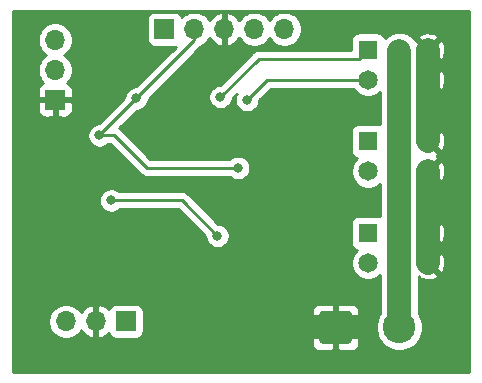
<source format=gbr>
G04 #@! TF.GenerationSoftware,KiCad,Pcbnew,(5.1.8)-1*
G04 #@! TF.CreationDate,2021-02-16T23:17:12-07:00*
G04 #@! TF.ProjectId,LED-Controller,4c45442d-436f-46e7-9472-6f6c6c65722e,rev?*
G04 #@! TF.SameCoordinates,Original*
G04 #@! TF.FileFunction,Copper,L2,Bot*
G04 #@! TF.FilePolarity,Positive*
%FSLAX46Y46*%
G04 Gerber Fmt 4.6, Leading zero omitted, Abs format (unit mm)*
G04 Created by KiCad (PCBNEW (5.1.8)-1) date 2021-02-16 23:17:12*
%MOMM*%
%LPD*%
G01*
G04 APERTURE LIST*
G04 #@! TA.AperFunction,ComponentPad*
%ADD10C,1.650000*%
G04 #@! TD*
G04 #@! TA.AperFunction,ComponentPad*
%ADD11R,1.650000X1.650000*%
G04 #@! TD*
G04 #@! TA.AperFunction,ComponentPad*
%ADD12C,2.750000*%
G04 #@! TD*
G04 #@! TA.AperFunction,ComponentPad*
%ADD13O,1.700000X1.700000*%
G04 #@! TD*
G04 #@! TA.AperFunction,ComponentPad*
%ADD14R,1.700000X1.700000*%
G04 #@! TD*
G04 #@! TA.AperFunction,ViaPad*
%ADD15C,0.800000*%
G04 #@! TD*
G04 #@! TA.AperFunction,Conductor*
%ADD16C,2.000000*%
G04 #@! TD*
G04 #@! TA.AperFunction,Conductor*
%ADD17C,0.250000*%
G04 #@! TD*
G04 #@! TA.AperFunction,Conductor*
%ADD18C,0.254000*%
G04 #@! TD*
G04 #@! TA.AperFunction,Conductor*
%ADD19C,0.100000*%
G04 #@! TD*
G04 APERTURE END LIST*
D10*
X153830000Y-91540000D03*
X151290000Y-91540000D03*
X148750000Y-91540000D03*
X153830000Y-89000000D03*
X151290000Y-89000000D03*
D11*
X148750000Y-89000000D03*
D10*
X153830000Y-83790000D03*
X151290000Y-83790000D03*
X148750000Y-83790000D03*
X153830000Y-81250000D03*
X151290000Y-81250000D03*
D11*
X148750000Y-81250000D03*
D10*
X153830000Y-76040000D03*
X151290000Y-76040000D03*
X148750000Y-76040000D03*
X153830000Y-73500000D03*
X151290000Y-73500000D03*
D11*
X148750000Y-73500000D03*
D12*
X151400000Y-97000000D03*
G04 #@! TA.AperFunction,ComponentPad*
G36*
G01*
X144625000Y-98125002D02*
X144625000Y-95874998D01*
G75*
G02*
X144874998Y-95625000I249998J0D01*
G01*
X147125002Y-95625000D01*
G75*
G02*
X147375000Y-95874998I0J-249998D01*
G01*
X147375000Y-98125002D01*
G75*
G02*
X147125002Y-98375000I-249998J0D01*
G01*
X144874998Y-98375000D01*
G75*
G02*
X144625000Y-98125002I0J249998D01*
G01*
G37*
G04 #@! TD.AperFunction*
D13*
X123170000Y-96500000D03*
X125710000Y-96500000D03*
D14*
X128250000Y-96500000D03*
D13*
X122250000Y-72670000D03*
X122250000Y-75210000D03*
D14*
X122250000Y-77750000D03*
D13*
X141660000Y-71750000D03*
X139120000Y-71750000D03*
X136580000Y-71750000D03*
X134040000Y-71750000D03*
D14*
X131500000Y-71750000D03*
D15*
X139575000Y-87175000D03*
X121000000Y-88250000D03*
X136000000Y-89250000D03*
X127000000Y-86250000D03*
X126000000Y-80750000D03*
X137750000Y-83500000D03*
X129125000Y-77625000D03*
X138500000Y-77750000D03*
X136250000Y-77500000D03*
D16*
X153830000Y-83790000D02*
X153830000Y-91540000D01*
X153830000Y-81250000D02*
X153830000Y-73500000D01*
X146000000Y-97000000D02*
X143000000Y-97000000D01*
X146000000Y-97000000D02*
X148500000Y-97000000D01*
D17*
X151400000Y-73610000D02*
X151290000Y-73500000D01*
D16*
X151400000Y-97000000D02*
X151400000Y-73610000D01*
D17*
X136000000Y-89250000D02*
X133000000Y-86250000D01*
X133000000Y-86250000D02*
X127000000Y-86250000D01*
X134040000Y-72710000D02*
X134040000Y-71750000D01*
X126000000Y-80750000D02*
X129125000Y-77625000D01*
X126000000Y-80750000D02*
X127250000Y-80750000D01*
X127250000Y-80750000D02*
X130000000Y-83500000D01*
X130000000Y-83500000D02*
X137750000Y-83500000D01*
X129125000Y-77625000D02*
X134040000Y-72710000D01*
X140210000Y-76040000D02*
X148750000Y-76040000D01*
X138500000Y-77750000D02*
X140210000Y-76040000D01*
X136250000Y-77500000D02*
X139500000Y-74250000D01*
X148000000Y-74250000D02*
X148750000Y-73500000D01*
X139500000Y-74250000D02*
X148000000Y-74250000D01*
D18*
X157315001Y-100815000D02*
X118685000Y-100815000D01*
X118685000Y-98375000D01*
X143986928Y-98375000D01*
X143999188Y-98499482D01*
X144035498Y-98619180D01*
X144094463Y-98729494D01*
X144173815Y-98826185D01*
X144270506Y-98905537D01*
X144380820Y-98964502D01*
X144500518Y-99000812D01*
X144625000Y-99013072D01*
X145714250Y-99010000D01*
X145873000Y-98851250D01*
X145873000Y-97127000D01*
X146127000Y-97127000D01*
X146127000Y-98851250D01*
X146285750Y-99010000D01*
X147375000Y-99013072D01*
X147499482Y-99000812D01*
X147619180Y-98964502D01*
X147729494Y-98905537D01*
X147826185Y-98826185D01*
X147905537Y-98729494D01*
X147964502Y-98619180D01*
X148000812Y-98499482D01*
X148013072Y-98375000D01*
X148010000Y-97285750D01*
X147851250Y-97127000D01*
X146127000Y-97127000D01*
X145873000Y-97127000D01*
X144148750Y-97127000D01*
X143990000Y-97285750D01*
X143986928Y-98375000D01*
X118685000Y-98375000D01*
X118685000Y-96353740D01*
X121685000Y-96353740D01*
X121685000Y-96646260D01*
X121742068Y-96933158D01*
X121854010Y-97203411D01*
X122016525Y-97446632D01*
X122223368Y-97653475D01*
X122466589Y-97815990D01*
X122736842Y-97927932D01*
X123023740Y-97985000D01*
X123316260Y-97985000D01*
X123603158Y-97927932D01*
X123873411Y-97815990D01*
X124116632Y-97653475D01*
X124323475Y-97446632D01*
X124445195Y-97264466D01*
X124514822Y-97381355D01*
X124709731Y-97597588D01*
X124943080Y-97771641D01*
X125205901Y-97896825D01*
X125353110Y-97941476D01*
X125583000Y-97820155D01*
X125583000Y-96627000D01*
X125563000Y-96627000D01*
X125563000Y-96373000D01*
X125583000Y-96373000D01*
X125583000Y-95179845D01*
X125837000Y-95179845D01*
X125837000Y-96373000D01*
X125857000Y-96373000D01*
X125857000Y-96627000D01*
X125837000Y-96627000D01*
X125837000Y-97820155D01*
X126066890Y-97941476D01*
X126214099Y-97896825D01*
X126476920Y-97771641D01*
X126710269Y-97597588D01*
X126786034Y-97513534D01*
X126810498Y-97594180D01*
X126869463Y-97704494D01*
X126948815Y-97801185D01*
X127045506Y-97880537D01*
X127155820Y-97939502D01*
X127275518Y-97975812D01*
X127400000Y-97988072D01*
X129100000Y-97988072D01*
X129224482Y-97975812D01*
X129344180Y-97939502D01*
X129454494Y-97880537D01*
X129551185Y-97801185D01*
X129630537Y-97704494D01*
X129689502Y-97594180D01*
X129725812Y-97474482D01*
X129738072Y-97350000D01*
X129738072Y-95650000D01*
X129735610Y-95625000D01*
X143986928Y-95625000D01*
X143990000Y-96714250D01*
X144148750Y-96873000D01*
X145873000Y-96873000D01*
X145873000Y-95148750D01*
X146127000Y-95148750D01*
X146127000Y-96873000D01*
X147851250Y-96873000D01*
X148010000Y-96714250D01*
X148013072Y-95625000D01*
X148000812Y-95500518D01*
X147964502Y-95380820D01*
X147905537Y-95270506D01*
X147826185Y-95173815D01*
X147729494Y-95094463D01*
X147619180Y-95035498D01*
X147499482Y-94999188D01*
X147375000Y-94986928D01*
X146285750Y-94990000D01*
X146127000Y-95148750D01*
X145873000Y-95148750D01*
X145714250Y-94990000D01*
X144625000Y-94986928D01*
X144500518Y-94999188D01*
X144380820Y-95035498D01*
X144270506Y-95094463D01*
X144173815Y-95173815D01*
X144094463Y-95270506D01*
X144035498Y-95380820D01*
X143999188Y-95500518D01*
X143986928Y-95625000D01*
X129735610Y-95625000D01*
X129725812Y-95525518D01*
X129689502Y-95405820D01*
X129630537Y-95295506D01*
X129551185Y-95198815D01*
X129454494Y-95119463D01*
X129344180Y-95060498D01*
X129224482Y-95024188D01*
X129100000Y-95011928D01*
X127400000Y-95011928D01*
X127275518Y-95024188D01*
X127155820Y-95060498D01*
X127045506Y-95119463D01*
X126948815Y-95198815D01*
X126869463Y-95295506D01*
X126810498Y-95405820D01*
X126786034Y-95486466D01*
X126710269Y-95402412D01*
X126476920Y-95228359D01*
X126214099Y-95103175D01*
X126066890Y-95058524D01*
X125837000Y-95179845D01*
X125583000Y-95179845D01*
X125353110Y-95058524D01*
X125205901Y-95103175D01*
X124943080Y-95228359D01*
X124709731Y-95402412D01*
X124514822Y-95618645D01*
X124445195Y-95735534D01*
X124323475Y-95553368D01*
X124116632Y-95346525D01*
X123873411Y-95184010D01*
X123603158Y-95072068D01*
X123316260Y-95015000D01*
X123023740Y-95015000D01*
X122736842Y-95072068D01*
X122466589Y-95184010D01*
X122223368Y-95346525D01*
X122016525Y-95553368D01*
X121854010Y-95796589D01*
X121742068Y-96066842D01*
X121685000Y-96353740D01*
X118685000Y-96353740D01*
X118685000Y-86148061D01*
X125965000Y-86148061D01*
X125965000Y-86351939D01*
X126004774Y-86551898D01*
X126082795Y-86740256D01*
X126196063Y-86909774D01*
X126340226Y-87053937D01*
X126509744Y-87167205D01*
X126698102Y-87245226D01*
X126898061Y-87285000D01*
X127101939Y-87285000D01*
X127301898Y-87245226D01*
X127490256Y-87167205D01*
X127659774Y-87053937D01*
X127703711Y-87010000D01*
X132685199Y-87010000D01*
X134965000Y-89289802D01*
X134965000Y-89351939D01*
X135004774Y-89551898D01*
X135082795Y-89740256D01*
X135196063Y-89909774D01*
X135340226Y-90053937D01*
X135509744Y-90167205D01*
X135698102Y-90245226D01*
X135898061Y-90285000D01*
X136101939Y-90285000D01*
X136301898Y-90245226D01*
X136490256Y-90167205D01*
X136659774Y-90053937D01*
X136803937Y-89909774D01*
X136917205Y-89740256D01*
X136995226Y-89551898D01*
X137035000Y-89351939D01*
X137035000Y-89148061D01*
X136995226Y-88948102D01*
X136917205Y-88759744D01*
X136803937Y-88590226D01*
X136659774Y-88446063D01*
X136490256Y-88332795D01*
X136301898Y-88254774D01*
X136101939Y-88215000D01*
X136039802Y-88215000D01*
X133563804Y-85739003D01*
X133540001Y-85709999D01*
X133424276Y-85615026D01*
X133292247Y-85544454D01*
X133148986Y-85500997D01*
X133037333Y-85490000D01*
X133037322Y-85490000D01*
X133000000Y-85486324D01*
X132962678Y-85490000D01*
X127703711Y-85490000D01*
X127659774Y-85446063D01*
X127490256Y-85332795D01*
X127301898Y-85254774D01*
X127101939Y-85215000D01*
X126898061Y-85215000D01*
X126698102Y-85254774D01*
X126509744Y-85332795D01*
X126340226Y-85446063D01*
X126196063Y-85590226D01*
X126082795Y-85759744D01*
X126004774Y-85948102D01*
X125965000Y-86148061D01*
X118685000Y-86148061D01*
X118685000Y-80648061D01*
X124965000Y-80648061D01*
X124965000Y-80851939D01*
X125004774Y-81051898D01*
X125082795Y-81240256D01*
X125196063Y-81409774D01*
X125340226Y-81553937D01*
X125509744Y-81667205D01*
X125698102Y-81745226D01*
X125898061Y-81785000D01*
X126101939Y-81785000D01*
X126301898Y-81745226D01*
X126490256Y-81667205D01*
X126659774Y-81553937D01*
X126703711Y-81510000D01*
X126935199Y-81510000D01*
X129436201Y-84011003D01*
X129459999Y-84040001D01*
X129575724Y-84134974D01*
X129707753Y-84205546D01*
X129851014Y-84249003D01*
X129962667Y-84260000D01*
X129962676Y-84260000D01*
X129999999Y-84263676D01*
X130037322Y-84260000D01*
X137046289Y-84260000D01*
X137090226Y-84303937D01*
X137259744Y-84417205D01*
X137448102Y-84495226D01*
X137648061Y-84535000D01*
X137851939Y-84535000D01*
X138051898Y-84495226D01*
X138240256Y-84417205D01*
X138409774Y-84303937D01*
X138553937Y-84159774D01*
X138667205Y-83990256D01*
X138745226Y-83801898D01*
X138785000Y-83601939D01*
X138785000Y-83398061D01*
X138745226Y-83198102D01*
X138667205Y-83009744D01*
X138553937Y-82840226D01*
X138409774Y-82696063D01*
X138240256Y-82582795D01*
X138051898Y-82504774D01*
X137851939Y-82465000D01*
X137648061Y-82465000D01*
X137448102Y-82504774D01*
X137259744Y-82582795D01*
X137090226Y-82696063D01*
X137046289Y-82740000D01*
X130314802Y-82740000D01*
X127813804Y-80239003D01*
X127790001Y-80209999D01*
X127693774Y-80131028D01*
X129164803Y-78660000D01*
X129226939Y-78660000D01*
X129426898Y-78620226D01*
X129615256Y-78542205D01*
X129784774Y-78428937D01*
X129928937Y-78284774D01*
X130042205Y-78115256D01*
X130120226Y-77926898D01*
X130160000Y-77726939D01*
X130160000Y-77664801D01*
X130426740Y-77398061D01*
X135215000Y-77398061D01*
X135215000Y-77601939D01*
X135254774Y-77801898D01*
X135332795Y-77990256D01*
X135446063Y-78159774D01*
X135590226Y-78303937D01*
X135759744Y-78417205D01*
X135948102Y-78495226D01*
X136148061Y-78535000D01*
X136351939Y-78535000D01*
X136551898Y-78495226D01*
X136740256Y-78417205D01*
X136909774Y-78303937D01*
X137053937Y-78159774D01*
X137167205Y-77990256D01*
X137245226Y-77801898D01*
X137285000Y-77601939D01*
X137285000Y-77539801D01*
X137618513Y-77206289D01*
X137582795Y-77259744D01*
X137504774Y-77448102D01*
X137465000Y-77648061D01*
X137465000Y-77851939D01*
X137504774Y-78051898D01*
X137582795Y-78240256D01*
X137696063Y-78409774D01*
X137840226Y-78553937D01*
X138009744Y-78667205D01*
X138198102Y-78745226D01*
X138398061Y-78785000D01*
X138601939Y-78785000D01*
X138801898Y-78745226D01*
X138990256Y-78667205D01*
X139159774Y-78553937D01*
X139303937Y-78409774D01*
X139417205Y-78240256D01*
X139495226Y-78051898D01*
X139535000Y-77851939D01*
X139535000Y-77789801D01*
X140524802Y-76800000D01*
X147501889Y-76800000D01*
X147615944Y-76970696D01*
X147819304Y-77174056D01*
X148058431Y-77333835D01*
X148324134Y-77443893D01*
X148606203Y-77500000D01*
X148893797Y-77500000D01*
X149175866Y-77443893D01*
X149441569Y-77333835D01*
X149680696Y-77174056D01*
X149765001Y-77089751D01*
X149765001Y-79819063D01*
X149699482Y-79799188D01*
X149575000Y-79786928D01*
X147925000Y-79786928D01*
X147800518Y-79799188D01*
X147680820Y-79835498D01*
X147570506Y-79894463D01*
X147473815Y-79973815D01*
X147394463Y-80070506D01*
X147335498Y-80180820D01*
X147299188Y-80300518D01*
X147286928Y-80425000D01*
X147286928Y-82075000D01*
X147299188Y-82199482D01*
X147335498Y-82319180D01*
X147394463Y-82429494D01*
X147473815Y-82526185D01*
X147570506Y-82605537D01*
X147680820Y-82664502D01*
X147780506Y-82694742D01*
X147615944Y-82859304D01*
X147456165Y-83098431D01*
X147346107Y-83364134D01*
X147290000Y-83646203D01*
X147290000Y-83933797D01*
X147346107Y-84215866D01*
X147456165Y-84481569D01*
X147615944Y-84720696D01*
X147819304Y-84924056D01*
X148058431Y-85083835D01*
X148324134Y-85193893D01*
X148606203Y-85250000D01*
X148893797Y-85250000D01*
X149175866Y-85193893D01*
X149441569Y-85083835D01*
X149680696Y-84924056D01*
X149765001Y-84839751D01*
X149765000Y-87569063D01*
X149699482Y-87549188D01*
X149575000Y-87536928D01*
X147925000Y-87536928D01*
X147800518Y-87549188D01*
X147680820Y-87585498D01*
X147570506Y-87644463D01*
X147473815Y-87723815D01*
X147394463Y-87820506D01*
X147335498Y-87930820D01*
X147299188Y-88050518D01*
X147286928Y-88175000D01*
X147286928Y-89825000D01*
X147299188Y-89949482D01*
X147335498Y-90069180D01*
X147394463Y-90179494D01*
X147473815Y-90276185D01*
X147570506Y-90355537D01*
X147680820Y-90414502D01*
X147780506Y-90444742D01*
X147615944Y-90609304D01*
X147456165Y-90848431D01*
X147346107Y-91114134D01*
X147290000Y-91396203D01*
X147290000Y-91683797D01*
X147346107Y-91965866D01*
X147456165Y-92231569D01*
X147615944Y-92470696D01*
X147819304Y-92674056D01*
X148058431Y-92833835D01*
X148324134Y-92943893D01*
X148606203Y-93000000D01*
X148893797Y-93000000D01*
X149175866Y-92943893D01*
X149441569Y-92833835D01*
X149680696Y-92674056D01*
X149765000Y-92589752D01*
X149765000Y-95829045D01*
X149618761Y-96047908D01*
X149467243Y-96413704D01*
X149390000Y-96802032D01*
X149390000Y-97197968D01*
X149467243Y-97586296D01*
X149618761Y-97952092D01*
X149838731Y-98281301D01*
X150118699Y-98561269D01*
X150447908Y-98781239D01*
X150813704Y-98932757D01*
X151202032Y-99010000D01*
X151597968Y-99010000D01*
X151986296Y-98932757D01*
X152352092Y-98781239D01*
X152681301Y-98561269D01*
X152961269Y-98281301D01*
X153181239Y-97952092D01*
X153332757Y-97586296D01*
X153410000Y-97197968D01*
X153410000Y-96802032D01*
X153332757Y-96413704D01*
X153181239Y-96047908D01*
X153035000Y-95829045D01*
X153035000Y-92669323D01*
X153073663Y-92797073D01*
X153333439Y-92920473D01*
X153612297Y-92990823D01*
X153899521Y-93005417D01*
X154184074Y-92963697D01*
X154455020Y-92867265D01*
X154586337Y-92797073D01*
X154660946Y-92550551D01*
X153830000Y-91719605D01*
X153815858Y-91733748D01*
X153636253Y-91554143D01*
X153650395Y-91540000D01*
X154009605Y-91540000D01*
X154840551Y-92370946D01*
X155087073Y-92296337D01*
X155210473Y-92036561D01*
X155280823Y-91757703D01*
X155295417Y-91470479D01*
X155253697Y-91185926D01*
X155157265Y-90914980D01*
X155087073Y-90783663D01*
X154840551Y-90709054D01*
X154009605Y-91540000D01*
X153650395Y-91540000D01*
X153636253Y-91525858D01*
X153815858Y-91346253D01*
X153830000Y-91360395D01*
X154660946Y-90529449D01*
X154586337Y-90282927D01*
X154560728Y-90270762D01*
X154586337Y-90257073D01*
X154660946Y-90010551D01*
X153830000Y-89179605D01*
X153815858Y-89193748D01*
X153636253Y-89014143D01*
X153650395Y-89000000D01*
X154009605Y-89000000D01*
X154840551Y-89830946D01*
X155087073Y-89756337D01*
X155210473Y-89496561D01*
X155280823Y-89217703D01*
X155295417Y-88930479D01*
X155253697Y-88645926D01*
X155157265Y-88374980D01*
X155087073Y-88243663D01*
X154840551Y-88169054D01*
X154009605Y-89000000D01*
X153650395Y-89000000D01*
X153636253Y-88985858D01*
X153815858Y-88806253D01*
X153830000Y-88820395D01*
X154660946Y-87989449D01*
X154586337Y-87742927D01*
X154326561Y-87619527D01*
X154047703Y-87549177D01*
X153760479Y-87534583D01*
X153475926Y-87576303D01*
X153204980Y-87672735D01*
X153073663Y-87742927D01*
X153035000Y-87870677D01*
X153035000Y-84919323D01*
X153073663Y-85047073D01*
X153333439Y-85170473D01*
X153612297Y-85240823D01*
X153899521Y-85255417D01*
X154184074Y-85213697D01*
X154455020Y-85117265D01*
X154586337Y-85047073D01*
X154660946Y-84800551D01*
X153830000Y-83969605D01*
X153815858Y-83983748D01*
X153636253Y-83804143D01*
X153650395Y-83790000D01*
X154009605Y-83790000D01*
X154840551Y-84620946D01*
X155087073Y-84546337D01*
X155210473Y-84286561D01*
X155280823Y-84007703D01*
X155295417Y-83720479D01*
X155253697Y-83435926D01*
X155157265Y-83164980D01*
X155087073Y-83033663D01*
X154840551Y-82959054D01*
X154009605Y-83790000D01*
X153650395Y-83790000D01*
X153636253Y-83775858D01*
X153815858Y-83596253D01*
X153830000Y-83610395D01*
X154660946Y-82779449D01*
X154586337Y-82532927D01*
X154560728Y-82520762D01*
X154586337Y-82507073D01*
X154660946Y-82260551D01*
X153830000Y-81429605D01*
X153815858Y-81443748D01*
X153636253Y-81264143D01*
X153650395Y-81250000D01*
X154009605Y-81250000D01*
X154840551Y-82080946D01*
X155087073Y-82006337D01*
X155210473Y-81746561D01*
X155280823Y-81467703D01*
X155295417Y-81180479D01*
X155253697Y-80895926D01*
X155157265Y-80624980D01*
X155087073Y-80493663D01*
X154840551Y-80419054D01*
X154009605Y-81250000D01*
X153650395Y-81250000D01*
X153636253Y-81235858D01*
X153815858Y-81056253D01*
X153830000Y-81070395D01*
X154660946Y-80239449D01*
X154586337Y-79992927D01*
X154326561Y-79869527D01*
X154047703Y-79799177D01*
X153760479Y-79784583D01*
X153475926Y-79826303D01*
X153204980Y-79922735D01*
X153073663Y-79992927D01*
X153035000Y-80120677D01*
X153035000Y-77169323D01*
X153073663Y-77297073D01*
X153333439Y-77420473D01*
X153612297Y-77490823D01*
X153899521Y-77505417D01*
X154184074Y-77463697D01*
X154455020Y-77367265D01*
X154586337Y-77297073D01*
X154660946Y-77050551D01*
X153830000Y-76219605D01*
X153815858Y-76233748D01*
X153636253Y-76054143D01*
X153650395Y-76040000D01*
X154009605Y-76040000D01*
X154840551Y-76870946D01*
X155087073Y-76796337D01*
X155210473Y-76536561D01*
X155280823Y-76257703D01*
X155295417Y-75970479D01*
X155253697Y-75685926D01*
X155157265Y-75414980D01*
X155087073Y-75283663D01*
X154840551Y-75209054D01*
X154009605Y-76040000D01*
X153650395Y-76040000D01*
X153636253Y-76025858D01*
X153815858Y-75846253D01*
X153830000Y-75860395D01*
X154660946Y-75029449D01*
X154586337Y-74782927D01*
X154560728Y-74770762D01*
X154586337Y-74757073D01*
X154660946Y-74510551D01*
X153830000Y-73679605D01*
X153815858Y-73693748D01*
X153636253Y-73514143D01*
X153650395Y-73500000D01*
X154009605Y-73500000D01*
X154840551Y-74330946D01*
X155087073Y-74256337D01*
X155210473Y-73996561D01*
X155280823Y-73717703D01*
X155295417Y-73430479D01*
X155253697Y-73145926D01*
X155157265Y-72874980D01*
X155087073Y-72743663D01*
X154840551Y-72669054D01*
X154009605Y-73500000D01*
X153650395Y-73500000D01*
X152819449Y-72669054D01*
X152758124Y-72687614D01*
X152595496Y-72489449D01*
X152999054Y-72489449D01*
X153830000Y-73320395D01*
X154660946Y-72489449D01*
X154586337Y-72242927D01*
X154326561Y-72119527D01*
X154047703Y-72049177D01*
X153760479Y-72034583D01*
X153475926Y-72076303D01*
X153204980Y-72172735D01*
X153073663Y-72242927D01*
X152999054Y-72489449D01*
X152595496Y-72489449D01*
X152561714Y-72448286D01*
X152312752Y-72243969D01*
X152028715Y-72092148D01*
X151720516Y-71998657D01*
X151400000Y-71967089D01*
X151079485Y-71998657D01*
X150771286Y-72092148D01*
X150487249Y-72243969D01*
X150238287Y-72448286D01*
X150188283Y-72509216D01*
X150164502Y-72430820D01*
X150105537Y-72320506D01*
X150026185Y-72223815D01*
X149929494Y-72144463D01*
X149819180Y-72085498D01*
X149699482Y-72049188D01*
X149575000Y-72036928D01*
X147925000Y-72036928D01*
X147800518Y-72049188D01*
X147680820Y-72085498D01*
X147570506Y-72144463D01*
X147473815Y-72223815D01*
X147394463Y-72320506D01*
X147335498Y-72430820D01*
X147299188Y-72550518D01*
X147286928Y-72675000D01*
X147286928Y-73490000D01*
X139537322Y-73490000D01*
X139499999Y-73486324D01*
X139462676Y-73490000D01*
X139462667Y-73490000D01*
X139351014Y-73500997D01*
X139207753Y-73544454D01*
X139075723Y-73615026D01*
X139034342Y-73648987D01*
X138959999Y-73709999D01*
X138936201Y-73738997D01*
X136210199Y-76465000D01*
X136148061Y-76465000D01*
X135948102Y-76504774D01*
X135759744Y-76582795D01*
X135590226Y-76696063D01*
X135446063Y-76840226D01*
X135332795Y-77009744D01*
X135254774Y-77198102D01*
X135215000Y-77398061D01*
X130426740Y-77398061D01*
X134551004Y-73273798D01*
X134580001Y-73250001D01*
X134674974Y-73134276D01*
X134702392Y-73082980D01*
X134743411Y-73065990D01*
X134986632Y-72903475D01*
X135193475Y-72696632D01*
X135315195Y-72514466D01*
X135384822Y-72631355D01*
X135579731Y-72847588D01*
X135813080Y-73021641D01*
X136075901Y-73146825D01*
X136223110Y-73191476D01*
X136453000Y-73070155D01*
X136453000Y-71877000D01*
X136433000Y-71877000D01*
X136433000Y-71623000D01*
X136453000Y-71623000D01*
X136453000Y-70429845D01*
X136707000Y-70429845D01*
X136707000Y-71623000D01*
X136727000Y-71623000D01*
X136727000Y-71877000D01*
X136707000Y-71877000D01*
X136707000Y-73070155D01*
X136936890Y-73191476D01*
X137084099Y-73146825D01*
X137346920Y-73021641D01*
X137580269Y-72847588D01*
X137775178Y-72631355D01*
X137844805Y-72514466D01*
X137966525Y-72696632D01*
X138173368Y-72903475D01*
X138416589Y-73065990D01*
X138686842Y-73177932D01*
X138973740Y-73235000D01*
X139266260Y-73235000D01*
X139553158Y-73177932D01*
X139823411Y-73065990D01*
X140066632Y-72903475D01*
X140273475Y-72696632D01*
X140390000Y-72522240D01*
X140506525Y-72696632D01*
X140713368Y-72903475D01*
X140956589Y-73065990D01*
X141226842Y-73177932D01*
X141513740Y-73235000D01*
X141806260Y-73235000D01*
X142093158Y-73177932D01*
X142363411Y-73065990D01*
X142606632Y-72903475D01*
X142813475Y-72696632D01*
X142975990Y-72453411D01*
X143087932Y-72183158D01*
X143145000Y-71896260D01*
X143145000Y-71603740D01*
X143087932Y-71316842D01*
X142975990Y-71046589D01*
X142813475Y-70803368D01*
X142606632Y-70596525D01*
X142363411Y-70434010D01*
X142093158Y-70322068D01*
X141806260Y-70265000D01*
X141513740Y-70265000D01*
X141226842Y-70322068D01*
X140956589Y-70434010D01*
X140713368Y-70596525D01*
X140506525Y-70803368D01*
X140390000Y-70977760D01*
X140273475Y-70803368D01*
X140066632Y-70596525D01*
X139823411Y-70434010D01*
X139553158Y-70322068D01*
X139266260Y-70265000D01*
X138973740Y-70265000D01*
X138686842Y-70322068D01*
X138416589Y-70434010D01*
X138173368Y-70596525D01*
X137966525Y-70803368D01*
X137844805Y-70985534D01*
X137775178Y-70868645D01*
X137580269Y-70652412D01*
X137346920Y-70478359D01*
X137084099Y-70353175D01*
X136936890Y-70308524D01*
X136707000Y-70429845D01*
X136453000Y-70429845D01*
X136223110Y-70308524D01*
X136075901Y-70353175D01*
X135813080Y-70478359D01*
X135579731Y-70652412D01*
X135384822Y-70868645D01*
X135315195Y-70985534D01*
X135193475Y-70803368D01*
X134986632Y-70596525D01*
X134743411Y-70434010D01*
X134473158Y-70322068D01*
X134186260Y-70265000D01*
X133893740Y-70265000D01*
X133606842Y-70322068D01*
X133336589Y-70434010D01*
X133093368Y-70596525D01*
X132961513Y-70728380D01*
X132939502Y-70655820D01*
X132880537Y-70545506D01*
X132801185Y-70448815D01*
X132704494Y-70369463D01*
X132594180Y-70310498D01*
X132474482Y-70274188D01*
X132350000Y-70261928D01*
X130650000Y-70261928D01*
X130525518Y-70274188D01*
X130405820Y-70310498D01*
X130295506Y-70369463D01*
X130198815Y-70448815D01*
X130119463Y-70545506D01*
X130060498Y-70655820D01*
X130024188Y-70775518D01*
X130011928Y-70900000D01*
X130011928Y-72600000D01*
X130024188Y-72724482D01*
X130060498Y-72844180D01*
X130119463Y-72954494D01*
X130198815Y-73051185D01*
X130295506Y-73130537D01*
X130405820Y-73189502D01*
X130525518Y-73225812D01*
X130650000Y-73238072D01*
X132350000Y-73238072D01*
X132446645Y-73228554D01*
X129085199Y-76590000D01*
X129023061Y-76590000D01*
X128823102Y-76629774D01*
X128634744Y-76707795D01*
X128465226Y-76821063D01*
X128321063Y-76965226D01*
X128207795Y-77134744D01*
X128129774Y-77323102D01*
X128090000Y-77523061D01*
X128090000Y-77585197D01*
X125960199Y-79715000D01*
X125898061Y-79715000D01*
X125698102Y-79754774D01*
X125509744Y-79832795D01*
X125340226Y-79946063D01*
X125196063Y-80090226D01*
X125082795Y-80259744D01*
X125004774Y-80448102D01*
X124965000Y-80648061D01*
X118685000Y-80648061D01*
X118685000Y-78600000D01*
X120761928Y-78600000D01*
X120774188Y-78724482D01*
X120810498Y-78844180D01*
X120869463Y-78954494D01*
X120948815Y-79051185D01*
X121045506Y-79130537D01*
X121155820Y-79189502D01*
X121275518Y-79225812D01*
X121400000Y-79238072D01*
X121964250Y-79235000D01*
X122123000Y-79076250D01*
X122123000Y-77877000D01*
X122377000Y-77877000D01*
X122377000Y-79076250D01*
X122535750Y-79235000D01*
X123100000Y-79238072D01*
X123224482Y-79225812D01*
X123344180Y-79189502D01*
X123454494Y-79130537D01*
X123551185Y-79051185D01*
X123630537Y-78954494D01*
X123689502Y-78844180D01*
X123725812Y-78724482D01*
X123738072Y-78600000D01*
X123735000Y-78035750D01*
X123576250Y-77877000D01*
X122377000Y-77877000D01*
X122123000Y-77877000D01*
X120923750Y-77877000D01*
X120765000Y-78035750D01*
X120761928Y-78600000D01*
X118685000Y-78600000D01*
X118685000Y-76900000D01*
X120761928Y-76900000D01*
X120765000Y-77464250D01*
X120923750Y-77623000D01*
X122123000Y-77623000D01*
X122123000Y-77603000D01*
X122377000Y-77603000D01*
X122377000Y-77623000D01*
X123576250Y-77623000D01*
X123735000Y-77464250D01*
X123738072Y-76900000D01*
X123725812Y-76775518D01*
X123689502Y-76655820D01*
X123630537Y-76545506D01*
X123551185Y-76448815D01*
X123454494Y-76369463D01*
X123344180Y-76310498D01*
X123271620Y-76288487D01*
X123403475Y-76156632D01*
X123565990Y-75913411D01*
X123677932Y-75643158D01*
X123735000Y-75356260D01*
X123735000Y-75063740D01*
X123677932Y-74776842D01*
X123565990Y-74506589D01*
X123403475Y-74263368D01*
X123196632Y-74056525D01*
X123022240Y-73940000D01*
X123196632Y-73823475D01*
X123403475Y-73616632D01*
X123565990Y-73373411D01*
X123677932Y-73103158D01*
X123735000Y-72816260D01*
X123735000Y-72523740D01*
X123677932Y-72236842D01*
X123565990Y-71966589D01*
X123403475Y-71723368D01*
X123196632Y-71516525D01*
X122953411Y-71354010D01*
X122683158Y-71242068D01*
X122396260Y-71185000D01*
X122103740Y-71185000D01*
X121816842Y-71242068D01*
X121546589Y-71354010D01*
X121303368Y-71516525D01*
X121096525Y-71723368D01*
X120934010Y-71966589D01*
X120822068Y-72236842D01*
X120765000Y-72523740D01*
X120765000Y-72816260D01*
X120822068Y-73103158D01*
X120934010Y-73373411D01*
X121096525Y-73616632D01*
X121303368Y-73823475D01*
X121477760Y-73940000D01*
X121303368Y-74056525D01*
X121096525Y-74263368D01*
X120934010Y-74506589D01*
X120822068Y-74776842D01*
X120765000Y-75063740D01*
X120765000Y-75356260D01*
X120822068Y-75643158D01*
X120934010Y-75913411D01*
X121096525Y-76156632D01*
X121228380Y-76288487D01*
X121155820Y-76310498D01*
X121045506Y-76369463D01*
X120948815Y-76448815D01*
X120869463Y-76545506D01*
X120810498Y-76655820D01*
X120774188Y-76775518D01*
X120761928Y-76900000D01*
X118685000Y-76900000D01*
X118685000Y-70185000D01*
X157315000Y-70185000D01*
X157315001Y-100815000D01*
G04 #@! TA.AperFunction,Conductor*
D19*
G36*
X157315001Y-100815000D02*
G01*
X118685000Y-100815000D01*
X118685000Y-98375000D01*
X143986928Y-98375000D01*
X143999188Y-98499482D01*
X144035498Y-98619180D01*
X144094463Y-98729494D01*
X144173815Y-98826185D01*
X144270506Y-98905537D01*
X144380820Y-98964502D01*
X144500518Y-99000812D01*
X144625000Y-99013072D01*
X145714250Y-99010000D01*
X145873000Y-98851250D01*
X145873000Y-97127000D01*
X146127000Y-97127000D01*
X146127000Y-98851250D01*
X146285750Y-99010000D01*
X147375000Y-99013072D01*
X147499482Y-99000812D01*
X147619180Y-98964502D01*
X147729494Y-98905537D01*
X147826185Y-98826185D01*
X147905537Y-98729494D01*
X147964502Y-98619180D01*
X148000812Y-98499482D01*
X148013072Y-98375000D01*
X148010000Y-97285750D01*
X147851250Y-97127000D01*
X146127000Y-97127000D01*
X145873000Y-97127000D01*
X144148750Y-97127000D01*
X143990000Y-97285750D01*
X143986928Y-98375000D01*
X118685000Y-98375000D01*
X118685000Y-96353740D01*
X121685000Y-96353740D01*
X121685000Y-96646260D01*
X121742068Y-96933158D01*
X121854010Y-97203411D01*
X122016525Y-97446632D01*
X122223368Y-97653475D01*
X122466589Y-97815990D01*
X122736842Y-97927932D01*
X123023740Y-97985000D01*
X123316260Y-97985000D01*
X123603158Y-97927932D01*
X123873411Y-97815990D01*
X124116632Y-97653475D01*
X124323475Y-97446632D01*
X124445195Y-97264466D01*
X124514822Y-97381355D01*
X124709731Y-97597588D01*
X124943080Y-97771641D01*
X125205901Y-97896825D01*
X125353110Y-97941476D01*
X125583000Y-97820155D01*
X125583000Y-96627000D01*
X125563000Y-96627000D01*
X125563000Y-96373000D01*
X125583000Y-96373000D01*
X125583000Y-95179845D01*
X125837000Y-95179845D01*
X125837000Y-96373000D01*
X125857000Y-96373000D01*
X125857000Y-96627000D01*
X125837000Y-96627000D01*
X125837000Y-97820155D01*
X126066890Y-97941476D01*
X126214099Y-97896825D01*
X126476920Y-97771641D01*
X126710269Y-97597588D01*
X126786034Y-97513534D01*
X126810498Y-97594180D01*
X126869463Y-97704494D01*
X126948815Y-97801185D01*
X127045506Y-97880537D01*
X127155820Y-97939502D01*
X127275518Y-97975812D01*
X127400000Y-97988072D01*
X129100000Y-97988072D01*
X129224482Y-97975812D01*
X129344180Y-97939502D01*
X129454494Y-97880537D01*
X129551185Y-97801185D01*
X129630537Y-97704494D01*
X129689502Y-97594180D01*
X129725812Y-97474482D01*
X129738072Y-97350000D01*
X129738072Y-95650000D01*
X129735610Y-95625000D01*
X143986928Y-95625000D01*
X143990000Y-96714250D01*
X144148750Y-96873000D01*
X145873000Y-96873000D01*
X145873000Y-95148750D01*
X146127000Y-95148750D01*
X146127000Y-96873000D01*
X147851250Y-96873000D01*
X148010000Y-96714250D01*
X148013072Y-95625000D01*
X148000812Y-95500518D01*
X147964502Y-95380820D01*
X147905537Y-95270506D01*
X147826185Y-95173815D01*
X147729494Y-95094463D01*
X147619180Y-95035498D01*
X147499482Y-94999188D01*
X147375000Y-94986928D01*
X146285750Y-94990000D01*
X146127000Y-95148750D01*
X145873000Y-95148750D01*
X145714250Y-94990000D01*
X144625000Y-94986928D01*
X144500518Y-94999188D01*
X144380820Y-95035498D01*
X144270506Y-95094463D01*
X144173815Y-95173815D01*
X144094463Y-95270506D01*
X144035498Y-95380820D01*
X143999188Y-95500518D01*
X143986928Y-95625000D01*
X129735610Y-95625000D01*
X129725812Y-95525518D01*
X129689502Y-95405820D01*
X129630537Y-95295506D01*
X129551185Y-95198815D01*
X129454494Y-95119463D01*
X129344180Y-95060498D01*
X129224482Y-95024188D01*
X129100000Y-95011928D01*
X127400000Y-95011928D01*
X127275518Y-95024188D01*
X127155820Y-95060498D01*
X127045506Y-95119463D01*
X126948815Y-95198815D01*
X126869463Y-95295506D01*
X126810498Y-95405820D01*
X126786034Y-95486466D01*
X126710269Y-95402412D01*
X126476920Y-95228359D01*
X126214099Y-95103175D01*
X126066890Y-95058524D01*
X125837000Y-95179845D01*
X125583000Y-95179845D01*
X125353110Y-95058524D01*
X125205901Y-95103175D01*
X124943080Y-95228359D01*
X124709731Y-95402412D01*
X124514822Y-95618645D01*
X124445195Y-95735534D01*
X124323475Y-95553368D01*
X124116632Y-95346525D01*
X123873411Y-95184010D01*
X123603158Y-95072068D01*
X123316260Y-95015000D01*
X123023740Y-95015000D01*
X122736842Y-95072068D01*
X122466589Y-95184010D01*
X122223368Y-95346525D01*
X122016525Y-95553368D01*
X121854010Y-95796589D01*
X121742068Y-96066842D01*
X121685000Y-96353740D01*
X118685000Y-96353740D01*
X118685000Y-86148061D01*
X125965000Y-86148061D01*
X125965000Y-86351939D01*
X126004774Y-86551898D01*
X126082795Y-86740256D01*
X126196063Y-86909774D01*
X126340226Y-87053937D01*
X126509744Y-87167205D01*
X126698102Y-87245226D01*
X126898061Y-87285000D01*
X127101939Y-87285000D01*
X127301898Y-87245226D01*
X127490256Y-87167205D01*
X127659774Y-87053937D01*
X127703711Y-87010000D01*
X132685199Y-87010000D01*
X134965000Y-89289802D01*
X134965000Y-89351939D01*
X135004774Y-89551898D01*
X135082795Y-89740256D01*
X135196063Y-89909774D01*
X135340226Y-90053937D01*
X135509744Y-90167205D01*
X135698102Y-90245226D01*
X135898061Y-90285000D01*
X136101939Y-90285000D01*
X136301898Y-90245226D01*
X136490256Y-90167205D01*
X136659774Y-90053937D01*
X136803937Y-89909774D01*
X136917205Y-89740256D01*
X136995226Y-89551898D01*
X137035000Y-89351939D01*
X137035000Y-89148061D01*
X136995226Y-88948102D01*
X136917205Y-88759744D01*
X136803937Y-88590226D01*
X136659774Y-88446063D01*
X136490256Y-88332795D01*
X136301898Y-88254774D01*
X136101939Y-88215000D01*
X136039802Y-88215000D01*
X133563804Y-85739003D01*
X133540001Y-85709999D01*
X133424276Y-85615026D01*
X133292247Y-85544454D01*
X133148986Y-85500997D01*
X133037333Y-85490000D01*
X133037322Y-85490000D01*
X133000000Y-85486324D01*
X132962678Y-85490000D01*
X127703711Y-85490000D01*
X127659774Y-85446063D01*
X127490256Y-85332795D01*
X127301898Y-85254774D01*
X127101939Y-85215000D01*
X126898061Y-85215000D01*
X126698102Y-85254774D01*
X126509744Y-85332795D01*
X126340226Y-85446063D01*
X126196063Y-85590226D01*
X126082795Y-85759744D01*
X126004774Y-85948102D01*
X125965000Y-86148061D01*
X118685000Y-86148061D01*
X118685000Y-80648061D01*
X124965000Y-80648061D01*
X124965000Y-80851939D01*
X125004774Y-81051898D01*
X125082795Y-81240256D01*
X125196063Y-81409774D01*
X125340226Y-81553937D01*
X125509744Y-81667205D01*
X125698102Y-81745226D01*
X125898061Y-81785000D01*
X126101939Y-81785000D01*
X126301898Y-81745226D01*
X126490256Y-81667205D01*
X126659774Y-81553937D01*
X126703711Y-81510000D01*
X126935199Y-81510000D01*
X129436201Y-84011003D01*
X129459999Y-84040001D01*
X129575724Y-84134974D01*
X129707753Y-84205546D01*
X129851014Y-84249003D01*
X129962667Y-84260000D01*
X129962676Y-84260000D01*
X129999999Y-84263676D01*
X130037322Y-84260000D01*
X137046289Y-84260000D01*
X137090226Y-84303937D01*
X137259744Y-84417205D01*
X137448102Y-84495226D01*
X137648061Y-84535000D01*
X137851939Y-84535000D01*
X138051898Y-84495226D01*
X138240256Y-84417205D01*
X138409774Y-84303937D01*
X138553937Y-84159774D01*
X138667205Y-83990256D01*
X138745226Y-83801898D01*
X138785000Y-83601939D01*
X138785000Y-83398061D01*
X138745226Y-83198102D01*
X138667205Y-83009744D01*
X138553937Y-82840226D01*
X138409774Y-82696063D01*
X138240256Y-82582795D01*
X138051898Y-82504774D01*
X137851939Y-82465000D01*
X137648061Y-82465000D01*
X137448102Y-82504774D01*
X137259744Y-82582795D01*
X137090226Y-82696063D01*
X137046289Y-82740000D01*
X130314802Y-82740000D01*
X127813804Y-80239003D01*
X127790001Y-80209999D01*
X127693774Y-80131028D01*
X129164803Y-78660000D01*
X129226939Y-78660000D01*
X129426898Y-78620226D01*
X129615256Y-78542205D01*
X129784774Y-78428937D01*
X129928937Y-78284774D01*
X130042205Y-78115256D01*
X130120226Y-77926898D01*
X130160000Y-77726939D01*
X130160000Y-77664801D01*
X130426740Y-77398061D01*
X135215000Y-77398061D01*
X135215000Y-77601939D01*
X135254774Y-77801898D01*
X135332795Y-77990256D01*
X135446063Y-78159774D01*
X135590226Y-78303937D01*
X135759744Y-78417205D01*
X135948102Y-78495226D01*
X136148061Y-78535000D01*
X136351939Y-78535000D01*
X136551898Y-78495226D01*
X136740256Y-78417205D01*
X136909774Y-78303937D01*
X137053937Y-78159774D01*
X137167205Y-77990256D01*
X137245226Y-77801898D01*
X137285000Y-77601939D01*
X137285000Y-77539801D01*
X137618513Y-77206289D01*
X137582795Y-77259744D01*
X137504774Y-77448102D01*
X137465000Y-77648061D01*
X137465000Y-77851939D01*
X137504774Y-78051898D01*
X137582795Y-78240256D01*
X137696063Y-78409774D01*
X137840226Y-78553937D01*
X138009744Y-78667205D01*
X138198102Y-78745226D01*
X138398061Y-78785000D01*
X138601939Y-78785000D01*
X138801898Y-78745226D01*
X138990256Y-78667205D01*
X139159774Y-78553937D01*
X139303937Y-78409774D01*
X139417205Y-78240256D01*
X139495226Y-78051898D01*
X139535000Y-77851939D01*
X139535000Y-77789801D01*
X140524802Y-76800000D01*
X147501889Y-76800000D01*
X147615944Y-76970696D01*
X147819304Y-77174056D01*
X148058431Y-77333835D01*
X148324134Y-77443893D01*
X148606203Y-77500000D01*
X148893797Y-77500000D01*
X149175866Y-77443893D01*
X149441569Y-77333835D01*
X149680696Y-77174056D01*
X149765001Y-77089751D01*
X149765001Y-79819063D01*
X149699482Y-79799188D01*
X149575000Y-79786928D01*
X147925000Y-79786928D01*
X147800518Y-79799188D01*
X147680820Y-79835498D01*
X147570506Y-79894463D01*
X147473815Y-79973815D01*
X147394463Y-80070506D01*
X147335498Y-80180820D01*
X147299188Y-80300518D01*
X147286928Y-80425000D01*
X147286928Y-82075000D01*
X147299188Y-82199482D01*
X147335498Y-82319180D01*
X147394463Y-82429494D01*
X147473815Y-82526185D01*
X147570506Y-82605537D01*
X147680820Y-82664502D01*
X147780506Y-82694742D01*
X147615944Y-82859304D01*
X147456165Y-83098431D01*
X147346107Y-83364134D01*
X147290000Y-83646203D01*
X147290000Y-83933797D01*
X147346107Y-84215866D01*
X147456165Y-84481569D01*
X147615944Y-84720696D01*
X147819304Y-84924056D01*
X148058431Y-85083835D01*
X148324134Y-85193893D01*
X148606203Y-85250000D01*
X148893797Y-85250000D01*
X149175866Y-85193893D01*
X149441569Y-85083835D01*
X149680696Y-84924056D01*
X149765001Y-84839751D01*
X149765000Y-87569063D01*
X149699482Y-87549188D01*
X149575000Y-87536928D01*
X147925000Y-87536928D01*
X147800518Y-87549188D01*
X147680820Y-87585498D01*
X147570506Y-87644463D01*
X147473815Y-87723815D01*
X147394463Y-87820506D01*
X147335498Y-87930820D01*
X147299188Y-88050518D01*
X147286928Y-88175000D01*
X147286928Y-89825000D01*
X147299188Y-89949482D01*
X147335498Y-90069180D01*
X147394463Y-90179494D01*
X147473815Y-90276185D01*
X147570506Y-90355537D01*
X147680820Y-90414502D01*
X147780506Y-90444742D01*
X147615944Y-90609304D01*
X147456165Y-90848431D01*
X147346107Y-91114134D01*
X147290000Y-91396203D01*
X147290000Y-91683797D01*
X147346107Y-91965866D01*
X147456165Y-92231569D01*
X147615944Y-92470696D01*
X147819304Y-92674056D01*
X148058431Y-92833835D01*
X148324134Y-92943893D01*
X148606203Y-93000000D01*
X148893797Y-93000000D01*
X149175866Y-92943893D01*
X149441569Y-92833835D01*
X149680696Y-92674056D01*
X149765000Y-92589752D01*
X149765000Y-95829045D01*
X149618761Y-96047908D01*
X149467243Y-96413704D01*
X149390000Y-96802032D01*
X149390000Y-97197968D01*
X149467243Y-97586296D01*
X149618761Y-97952092D01*
X149838731Y-98281301D01*
X150118699Y-98561269D01*
X150447908Y-98781239D01*
X150813704Y-98932757D01*
X151202032Y-99010000D01*
X151597968Y-99010000D01*
X151986296Y-98932757D01*
X152352092Y-98781239D01*
X152681301Y-98561269D01*
X152961269Y-98281301D01*
X153181239Y-97952092D01*
X153332757Y-97586296D01*
X153410000Y-97197968D01*
X153410000Y-96802032D01*
X153332757Y-96413704D01*
X153181239Y-96047908D01*
X153035000Y-95829045D01*
X153035000Y-92669323D01*
X153073663Y-92797073D01*
X153333439Y-92920473D01*
X153612297Y-92990823D01*
X153899521Y-93005417D01*
X154184074Y-92963697D01*
X154455020Y-92867265D01*
X154586337Y-92797073D01*
X154660946Y-92550551D01*
X153830000Y-91719605D01*
X153815858Y-91733748D01*
X153636253Y-91554143D01*
X153650395Y-91540000D01*
X154009605Y-91540000D01*
X154840551Y-92370946D01*
X155087073Y-92296337D01*
X155210473Y-92036561D01*
X155280823Y-91757703D01*
X155295417Y-91470479D01*
X155253697Y-91185926D01*
X155157265Y-90914980D01*
X155087073Y-90783663D01*
X154840551Y-90709054D01*
X154009605Y-91540000D01*
X153650395Y-91540000D01*
X153636253Y-91525858D01*
X153815858Y-91346253D01*
X153830000Y-91360395D01*
X154660946Y-90529449D01*
X154586337Y-90282927D01*
X154560728Y-90270762D01*
X154586337Y-90257073D01*
X154660946Y-90010551D01*
X153830000Y-89179605D01*
X153815858Y-89193748D01*
X153636253Y-89014143D01*
X153650395Y-89000000D01*
X154009605Y-89000000D01*
X154840551Y-89830946D01*
X155087073Y-89756337D01*
X155210473Y-89496561D01*
X155280823Y-89217703D01*
X155295417Y-88930479D01*
X155253697Y-88645926D01*
X155157265Y-88374980D01*
X155087073Y-88243663D01*
X154840551Y-88169054D01*
X154009605Y-89000000D01*
X153650395Y-89000000D01*
X153636253Y-88985858D01*
X153815858Y-88806253D01*
X153830000Y-88820395D01*
X154660946Y-87989449D01*
X154586337Y-87742927D01*
X154326561Y-87619527D01*
X154047703Y-87549177D01*
X153760479Y-87534583D01*
X153475926Y-87576303D01*
X153204980Y-87672735D01*
X153073663Y-87742927D01*
X153035000Y-87870677D01*
X153035000Y-84919323D01*
X153073663Y-85047073D01*
X153333439Y-85170473D01*
X153612297Y-85240823D01*
X153899521Y-85255417D01*
X154184074Y-85213697D01*
X154455020Y-85117265D01*
X154586337Y-85047073D01*
X154660946Y-84800551D01*
X153830000Y-83969605D01*
X153815858Y-83983748D01*
X153636253Y-83804143D01*
X153650395Y-83790000D01*
X154009605Y-83790000D01*
X154840551Y-84620946D01*
X155087073Y-84546337D01*
X155210473Y-84286561D01*
X155280823Y-84007703D01*
X155295417Y-83720479D01*
X155253697Y-83435926D01*
X155157265Y-83164980D01*
X155087073Y-83033663D01*
X154840551Y-82959054D01*
X154009605Y-83790000D01*
X153650395Y-83790000D01*
X153636253Y-83775858D01*
X153815858Y-83596253D01*
X153830000Y-83610395D01*
X154660946Y-82779449D01*
X154586337Y-82532927D01*
X154560728Y-82520762D01*
X154586337Y-82507073D01*
X154660946Y-82260551D01*
X153830000Y-81429605D01*
X153815858Y-81443748D01*
X153636253Y-81264143D01*
X153650395Y-81250000D01*
X154009605Y-81250000D01*
X154840551Y-82080946D01*
X155087073Y-82006337D01*
X155210473Y-81746561D01*
X155280823Y-81467703D01*
X155295417Y-81180479D01*
X155253697Y-80895926D01*
X155157265Y-80624980D01*
X155087073Y-80493663D01*
X154840551Y-80419054D01*
X154009605Y-81250000D01*
X153650395Y-81250000D01*
X153636253Y-81235858D01*
X153815858Y-81056253D01*
X153830000Y-81070395D01*
X154660946Y-80239449D01*
X154586337Y-79992927D01*
X154326561Y-79869527D01*
X154047703Y-79799177D01*
X153760479Y-79784583D01*
X153475926Y-79826303D01*
X153204980Y-79922735D01*
X153073663Y-79992927D01*
X153035000Y-80120677D01*
X153035000Y-77169323D01*
X153073663Y-77297073D01*
X153333439Y-77420473D01*
X153612297Y-77490823D01*
X153899521Y-77505417D01*
X154184074Y-77463697D01*
X154455020Y-77367265D01*
X154586337Y-77297073D01*
X154660946Y-77050551D01*
X153830000Y-76219605D01*
X153815858Y-76233748D01*
X153636253Y-76054143D01*
X153650395Y-76040000D01*
X154009605Y-76040000D01*
X154840551Y-76870946D01*
X155087073Y-76796337D01*
X155210473Y-76536561D01*
X155280823Y-76257703D01*
X155295417Y-75970479D01*
X155253697Y-75685926D01*
X155157265Y-75414980D01*
X155087073Y-75283663D01*
X154840551Y-75209054D01*
X154009605Y-76040000D01*
X153650395Y-76040000D01*
X153636253Y-76025858D01*
X153815858Y-75846253D01*
X153830000Y-75860395D01*
X154660946Y-75029449D01*
X154586337Y-74782927D01*
X154560728Y-74770762D01*
X154586337Y-74757073D01*
X154660946Y-74510551D01*
X153830000Y-73679605D01*
X153815858Y-73693748D01*
X153636253Y-73514143D01*
X153650395Y-73500000D01*
X154009605Y-73500000D01*
X154840551Y-74330946D01*
X155087073Y-74256337D01*
X155210473Y-73996561D01*
X155280823Y-73717703D01*
X155295417Y-73430479D01*
X155253697Y-73145926D01*
X155157265Y-72874980D01*
X155087073Y-72743663D01*
X154840551Y-72669054D01*
X154009605Y-73500000D01*
X153650395Y-73500000D01*
X152819449Y-72669054D01*
X152758124Y-72687614D01*
X152595496Y-72489449D01*
X152999054Y-72489449D01*
X153830000Y-73320395D01*
X154660946Y-72489449D01*
X154586337Y-72242927D01*
X154326561Y-72119527D01*
X154047703Y-72049177D01*
X153760479Y-72034583D01*
X153475926Y-72076303D01*
X153204980Y-72172735D01*
X153073663Y-72242927D01*
X152999054Y-72489449D01*
X152595496Y-72489449D01*
X152561714Y-72448286D01*
X152312752Y-72243969D01*
X152028715Y-72092148D01*
X151720516Y-71998657D01*
X151400000Y-71967089D01*
X151079485Y-71998657D01*
X150771286Y-72092148D01*
X150487249Y-72243969D01*
X150238287Y-72448286D01*
X150188283Y-72509216D01*
X150164502Y-72430820D01*
X150105537Y-72320506D01*
X150026185Y-72223815D01*
X149929494Y-72144463D01*
X149819180Y-72085498D01*
X149699482Y-72049188D01*
X149575000Y-72036928D01*
X147925000Y-72036928D01*
X147800518Y-72049188D01*
X147680820Y-72085498D01*
X147570506Y-72144463D01*
X147473815Y-72223815D01*
X147394463Y-72320506D01*
X147335498Y-72430820D01*
X147299188Y-72550518D01*
X147286928Y-72675000D01*
X147286928Y-73490000D01*
X139537322Y-73490000D01*
X139499999Y-73486324D01*
X139462676Y-73490000D01*
X139462667Y-73490000D01*
X139351014Y-73500997D01*
X139207753Y-73544454D01*
X139075723Y-73615026D01*
X139034342Y-73648987D01*
X138959999Y-73709999D01*
X138936201Y-73738997D01*
X136210199Y-76465000D01*
X136148061Y-76465000D01*
X135948102Y-76504774D01*
X135759744Y-76582795D01*
X135590226Y-76696063D01*
X135446063Y-76840226D01*
X135332795Y-77009744D01*
X135254774Y-77198102D01*
X135215000Y-77398061D01*
X130426740Y-77398061D01*
X134551004Y-73273798D01*
X134580001Y-73250001D01*
X134674974Y-73134276D01*
X134702392Y-73082980D01*
X134743411Y-73065990D01*
X134986632Y-72903475D01*
X135193475Y-72696632D01*
X135315195Y-72514466D01*
X135384822Y-72631355D01*
X135579731Y-72847588D01*
X135813080Y-73021641D01*
X136075901Y-73146825D01*
X136223110Y-73191476D01*
X136453000Y-73070155D01*
X136453000Y-71877000D01*
X136433000Y-71877000D01*
X136433000Y-71623000D01*
X136453000Y-71623000D01*
X136453000Y-70429845D01*
X136707000Y-70429845D01*
X136707000Y-71623000D01*
X136727000Y-71623000D01*
X136727000Y-71877000D01*
X136707000Y-71877000D01*
X136707000Y-73070155D01*
X136936890Y-73191476D01*
X137084099Y-73146825D01*
X137346920Y-73021641D01*
X137580269Y-72847588D01*
X137775178Y-72631355D01*
X137844805Y-72514466D01*
X137966525Y-72696632D01*
X138173368Y-72903475D01*
X138416589Y-73065990D01*
X138686842Y-73177932D01*
X138973740Y-73235000D01*
X139266260Y-73235000D01*
X139553158Y-73177932D01*
X139823411Y-73065990D01*
X140066632Y-72903475D01*
X140273475Y-72696632D01*
X140390000Y-72522240D01*
X140506525Y-72696632D01*
X140713368Y-72903475D01*
X140956589Y-73065990D01*
X141226842Y-73177932D01*
X141513740Y-73235000D01*
X141806260Y-73235000D01*
X142093158Y-73177932D01*
X142363411Y-73065990D01*
X142606632Y-72903475D01*
X142813475Y-72696632D01*
X142975990Y-72453411D01*
X143087932Y-72183158D01*
X143145000Y-71896260D01*
X143145000Y-71603740D01*
X143087932Y-71316842D01*
X142975990Y-71046589D01*
X142813475Y-70803368D01*
X142606632Y-70596525D01*
X142363411Y-70434010D01*
X142093158Y-70322068D01*
X141806260Y-70265000D01*
X141513740Y-70265000D01*
X141226842Y-70322068D01*
X140956589Y-70434010D01*
X140713368Y-70596525D01*
X140506525Y-70803368D01*
X140390000Y-70977760D01*
X140273475Y-70803368D01*
X140066632Y-70596525D01*
X139823411Y-70434010D01*
X139553158Y-70322068D01*
X139266260Y-70265000D01*
X138973740Y-70265000D01*
X138686842Y-70322068D01*
X138416589Y-70434010D01*
X138173368Y-70596525D01*
X137966525Y-70803368D01*
X137844805Y-70985534D01*
X137775178Y-70868645D01*
X137580269Y-70652412D01*
X137346920Y-70478359D01*
X137084099Y-70353175D01*
X136936890Y-70308524D01*
X136707000Y-70429845D01*
X136453000Y-70429845D01*
X136223110Y-70308524D01*
X136075901Y-70353175D01*
X135813080Y-70478359D01*
X135579731Y-70652412D01*
X135384822Y-70868645D01*
X135315195Y-70985534D01*
X135193475Y-70803368D01*
X134986632Y-70596525D01*
X134743411Y-70434010D01*
X134473158Y-70322068D01*
X134186260Y-70265000D01*
X133893740Y-70265000D01*
X133606842Y-70322068D01*
X133336589Y-70434010D01*
X133093368Y-70596525D01*
X132961513Y-70728380D01*
X132939502Y-70655820D01*
X132880537Y-70545506D01*
X132801185Y-70448815D01*
X132704494Y-70369463D01*
X132594180Y-70310498D01*
X132474482Y-70274188D01*
X132350000Y-70261928D01*
X130650000Y-70261928D01*
X130525518Y-70274188D01*
X130405820Y-70310498D01*
X130295506Y-70369463D01*
X130198815Y-70448815D01*
X130119463Y-70545506D01*
X130060498Y-70655820D01*
X130024188Y-70775518D01*
X130011928Y-70900000D01*
X130011928Y-72600000D01*
X130024188Y-72724482D01*
X130060498Y-72844180D01*
X130119463Y-72954494D01*
X130198815Y-73051185D01*
X130295506Y-73130537D01*
X130405820Y-73189502D01*
X130525518Y-73225812D01*
X130650000Y-73238072D01*
X132350000Y-73238072D01*
X132446645Y-73228554D01*
X129085199Y-76590000D01*
X129023061Y-76590000D01*
X128823102Y-76629774D01*
X128634744Y-76707795D01*
X128465226Y-76821063D01*
X128321063Y-76965226D01*
X128207795Y-77134744D01*
X128129774Y-77323102D01*
X128090000Y-77523061D01*
X128090000Y-77585197D01*
X125960199Y-79715000D01*
X125898061Y-79715000D01*
X125698102Y-79754774D01*
X125509744Y-79832795D01*
X125340226Y-79946063D01*
X125196063Y-80090226D01*
X125082795Y-80259744D01*
X125004774Y-80448102D01*
X124965000Y-80648061D01*
X118685000Y-80648061D01*
X118685000Y-78600000D01*
X120761928Y-78600000D01*
X120774188Y-78724482D01*
X120810498Y-78844180D01*
X120869463Y-78954494D01*
X120948815Y-79051185D01*
X121045506Y-79130537D01*
X121155820Y-79189502D01*
X121275518Y-79225812D01*
X121400000Y-79238072D01*
X121964250Y-79235000D01*
X122123000Y-79076250D01*
X122123000Y-77877000D01*
X122377000Y-77877000D01*
X122377000Y-79076250D01*
X122535750Y-79235000D01*
X123100000Y-79238072D01*
X123224482Y-79225812D01*
X123344180Y-79189502D01*
X123454494Y-79130537D01*
X123551185Y-79051185D01*
X123630537Y-78954494D01*
X123689502Y-78844180D01*
X123725812Y-78724482D01*
X123738072Y-78600000D01*
X123735000Y-78035750D01*
X123576250Y-77877000D01*
X122377000Y-77877000D01*
X122123000Y-77877000D01*
X120923750Y-77877000D01*
X120765000Y-78035750D01*
X120761928Y-78600000D01*
X118685000Y-78600000D01*
X118685000Y-76900000D01*
X120761928Y-76900000D01*
X120765000Y-77464250D01*
X120923750Y-77623000D01*
X122123000Y-77623000D01*
X122123000Y-77603000D01*
X122377000Y-77603000D01*
X122377000Y-77623000D01*
X123576250Y-77623000D01*
X123735000Y-77464250D01*
X123738072Y-76900000D01*
X123725812Y-76775518D01*
X123689502Y-76655820D01*
X123630537Y-76545506D01*
X123551185Y-76448815D01*
X123454494Y-76369463D01*
X123344180Y-76310498D01*
X123271620Y-76288487D01*
X123403475Y-76156632D01*
X123565990Y-75913411D01*
X123677932Y-75643158D01*
X123735000Y-75356260D01*
X123735000Y-75063740D01*
X123677932Y-74776842D01*
X123565990Y-74506589D01*
X123403475Y-74263368D01*
X123196632Y-74056525D01*
X123022240Y-73940000D01*
X123196632Y-73823475D01*
X123403475Y-73616632D01*
X123565990Y-73373411D01*
X123677932Y-73103158D01*
X123735000Y-72816260D01*
X123735000Y-72523740D01*
X123677932Y-72236842D01*
X123565990Y-71966589D01*
X123403475Y-71723368D01*
X123196632Y-71516525D01*
X122953411Y-71354010D01*
X122683158Y-71242068D01*
X122396260Y-71185000D01*
X122103740Y-71185000D01*
X121816842Y-71242068D01*
X121546589Y-71354010D01*
X121303368Y-71516525D01*
X121096525Y-71723368D01*
X120934010Y-71966589D01*
X120822068Y-72236842D01*
X120765000Y-72523740D01*
X120765000Y-72816260D01*
X120822068Y-73103158D01*
X120934010Y-73373411D01*
X121096525Y-73616632D01*
X121303368Y-73823475D01*
X121477760Y-73940000D01*
X121303368Y-74056525D01*
X121096525Y-74263368D01*
X120934010Y-74506589D01*
X120822068Y-74776842D01*
X120765000Y-75063740D01*
X120765000Y-75356260D01*
X120822068Y-75643158D01*
X120934010Y-75913411D01*
X121096525Y-76156632D01*
X121228380Y-76288487D01*
X121155820Y-76310498D01*
X121045506Y-76369463D01*
X120948815Y-76448815D01*
X120869463Y-76545506D01*
X120810498Y-76655820D01*
X120774188Y-76775518D01*
X120761928Y-76900000D01*
X118685000Y-76900000D01*
X118685000Y-70185000D01*
X157315000Y-70185000D01*
X157315001Y-100815000D01*
G37*
G04 #@! TD.AperFunction*
M02*

</source>
